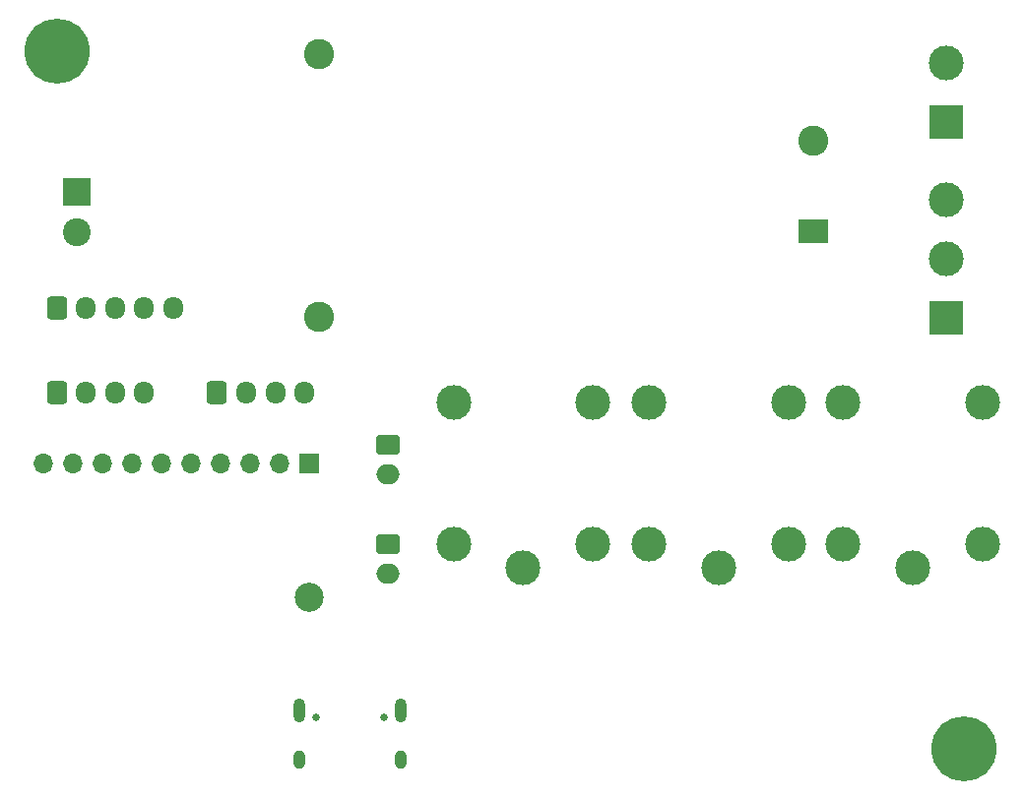
<source format=gbr>
%TF.GenerationSoftware,KiCad,Pcbnew,8.0.6*%
%TF.CreationDate,2024-11-24T17:38:41+01:00*%
%TF.ProjectId,Gaggimate,47616767-696d-4617-9465-2e6b69636164,1.0*%
%TF.SameCoordinates,Original*%
%TF.FileFunction,Soldermask,Bot*%
%TF.FilePolarity,Negative*%
%FSLAX46Y46*%
G04 Gerber Fmt 4.6, Leading zero omitted, Abs format (unit mm)*
G04 Created by KiCad (PCBNEW 8.0.6) date 2024-11-24 17:38:41*
%MOMM*%
%LPD*%
G01*
G04 APERTURE LIST*
G04 Aperture macros list*
%AMRoundRect*
0 Rectangle with rounded corners*
0 $1 Rounding radius*
0 $2 $3 $4 $5 $6 $7 $8 $9 X,Y pos of 4 corners*
0 Add a 4 corners polygon primitive as box body*
4,1,4,$2,$3,$4,$5,$6,$7,$8,$9,$2,$3,0*
0 Add four circle primitives for the rounded corners*
1,1,$1+$1,$2,$3*
1,1,$1+$1,$4,$5*
1,1,$1+$1,$6,$7*
1,1,$1+$1,$8,$9*
0 Add four rect primitives between the rounded corners*
20,1,$1+$1,$2,$3,$4,$5,0*
20,1,$1+$1,$4,$5,$6,$7,0*
20,1,$1+$1,$6,$7,$8,$9,0*
20,1,$1+$1,$8,$9,$2,$3,0*%
G04 Aperture macros list end*
%ADD10C,2.500000*%
%ADD11RoundRect,0.250000X-0.750000X0.600000X-0.750000X-0.600000X0.750000X-0.600000X0.750000X0.600000X0*%
%ADD12O,2.000000X1.700000*%
%ADD13C,3.000000*%
%ADD14RoundRect,0.250000X-0.600000X-0.725000X0.600000X-0.725000X0.600000X0.725000X-0.600000X0.725000X0*%
%ADD15O,1.700000X1.950000*%
%ADD16R,3.000000X3.000000*%
%ADD17C,3.600000*%
%ADD18C,5.600000*%
%ADD19R,2.400000X2.400000*%
%ADD20C,2.400000*%
%ADD21C,0.650000*%
%ADD22O,1.000000X2.100000*%
%ADD23O,1.000000X1.600000*%
%ADD24R,2.600000X2.000000*%
%ADD25C,2.600000*%
%ADD26R,1.700000X1.700000*%
%ADD27O,1.700000X1.700000*%
G04 APERTURE END LIST*
D10*
%TO.C,REF\u002A\u002A*%
X186860000Y-76600000D03*
%TD*%
D11*
%TO.C,J10*%
X193650000Y-72050000D03*
D12*
X193650000Y-74550000D03*
%TD*%
D13*
%TO.C,K1*%
X238800000Y-74050000D03*
X232800000Y-59850000D03*
X244800000Y-59850000D03*
X244800000Y-72050000D03*
X232800000Y-72050000D03*
%TD*%
D14*
%TO.C,J9*%
X165200000Y-59000000D03*
D15*
X167700000Y-59000000D03*
X170200000Y-59000000D03*
X172700000Y-59000000D03*
%TD*%
D16*
%TO.C,J3*%
X241700000Y-52540000D03*
D13*
X241700000Y-47460000D03*
X241700000Y-42380000D03*
%TD*%
%TO.C,K3*%
X205300000Y-74050000D03*
X199300000Y-59850000D03*
X211300000Y-59850000D03*
X211300000Y-72050000D03*
X199300000Y-72050000D03*
%TD*%
D14*
%TO.C,J5*%
X165200000Y-51700000D03*
D15*
X167700000Y-51700000D03*
X170200000Y-51700000D03*
X172700000Y-51700000D03*
X175200000Y-51700000D03*
%TD*%
D17*
%TO.C,H1*%
X165200000Y-29600000D03*
D18*
X165200000Y-29600000D03*
%TD*%
D19*
%TO.C,J7*%
X166900000Y-41700000D03*
D20*
X166900000Y-45200000D03*
%TD*%
D14*
%TO.C,J4*%
X178970000Y-59000000D03*
D15*
X181470000Y-59000000D03*
X183970000Y-59000000D03*
X186470000Y-59000000D03*
%TD*%
D17*
%TO.C,H1*%
X243200000Y-89600000D03*
D18*
X243200000Y-89600000D03*
%TD*%
D21*
%TO.C,J1*%
X187510000Y-86900000D03*
X193290000Y-86900000D03*
D22*
X186080000Y-86370000D03*
D23*
X186080000Y-90550000D03*
D22*
X194720000Y-86370000D03*
D23*
X194720000Y-90550000D03*
%TD*%
D24*
%TO.C,PS1*%
X230200000Y-45100000D03*
D25*
X230200000Y-37300000D03*
X187700000Y-52500000D03*
X187700000Y-29900000D03*
%TD*%
D11*
%TO.C,J8*%
X193650000Y-63500000D03*
D12*
X193650000Y-66000000D03*
%TD*%
D26*
%TO.C,J6*%
X186860000Y-65100000D03*
D27*
X184320000Y-65100000D03*
X181780000Y-65100000D03*
X179240000Y-65100000D03*
X176700000Y-65100000D03*
X174160000Y-65100000D03*
X171620000Y-65100000D03*
X169080000Y-65100000D03*
X166540000Y-65100000D03*
X164000000Y-65100000D03*
%TD*%
D16*
%TO.C,J2*%
X241700000Y-35680000D03*
D13*
X241700000Y-30600000D03*
%TD*%
%TO.C,K2*%
X222100000Y-74050000D03*
X216100000Y-59850000D03*
X228100000Y-59850000D03*
X228100000Y-72050000D03*
X216100000Y-72050000D03*
%TD*%
M02*

</source>
